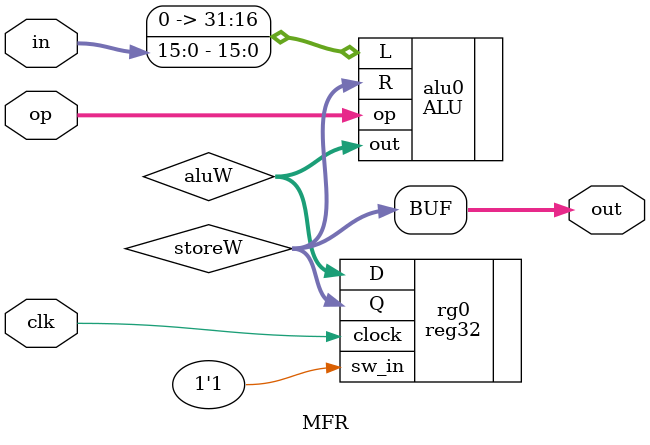
<source format=v>
`timescale 1ns / 1ps


module MFR(
input [15:0] in,
input [2:0] op,
input clk,
output [31:0] out
    );
   
wire [31:0] storeW, aluW;
    
reg32 rg0(
.D(aluW),
.sw_in(1'b1),
.clock(clk),
.Q(storeW)
);

ALU alu0(
.L({16'b0,in}),
.R(storeW),
.op(op),
.out(aluW)
);
    
assign out = storeW;

endmodule

</source>
